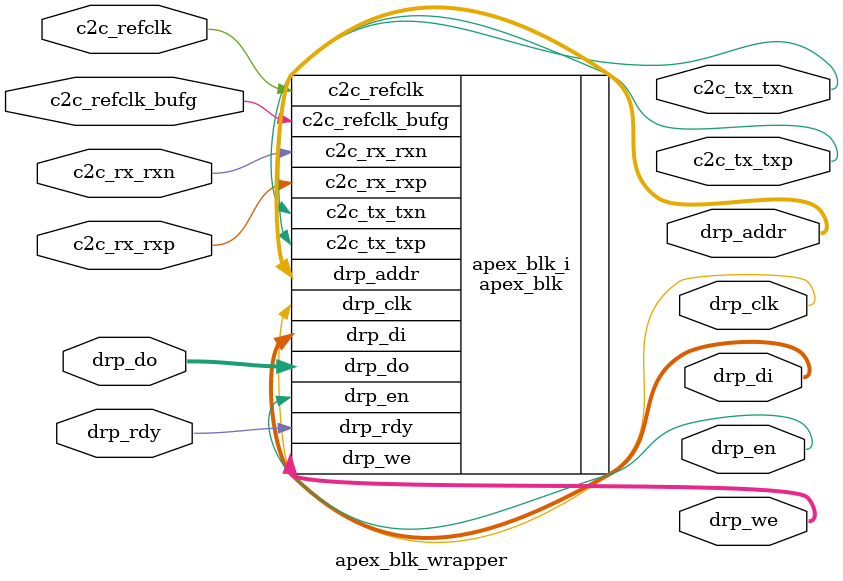
<source format=v>
`timescale 1 ps / 1 ps

module apex_blk_wrapper
   (c2c_refclk,
    c2c_refclk_bufg,
    c2c_rx_rxn,
    c2c_rx_rxp,
    c2c_tx_txn,
    c2c_tx_txp,
    drp_addr,
    drp_clk,
    drp_di,
    drp_do,
    drp_en,
    drp_rdy,
    drp_we);
  input c2c_refclk;
  input [0:0]c2c_refclk_bufg;
  input [0:0]c2c_rx_rxn;
  input [0:0]c2c_rx_rxp;
  output [0:0]c2c_tx_txn;
  output [0:0]c2c_tx_txp;
  output [13:0]drp_addr;
  output drp_clk;
  output [63:0]drp_di;
  input [63:0]drp_do;
  output drp_en;
  input drp_rdy;
  output [7:0]drp_we;

  wire c2c_refclk;
  wire [0:0]c2c_refclk_bufg;
  wire [0:0]c2c_rx_rxn;
  wire [0:0]c2c_rx_rxp;
  wire [0:0]c2c_tx_txn;
  wire [0:0]c2c_tx_txp;
  wire [13:0]drp_addr;
  wire drp_clk;
  wire [63:0]drp_di;
  wire [63:0]drp_do;
  wire drp_en;
  wire drp_rdy;
  wire [7:0]drp_we;

  apex_blk apex_blk_i
       (.c2c_refclk(c2c_refclk),
        .c2c_refclk_bufg(c2c_refclk_bufg),
        .c2c_rx_rxn(c2c_rx_rxn),
        .c2c_rx_rxp(c2c_rx_rxp),
        .c2c_tx_txn(c2c_tx_txn),
        .c2c_tx_txp(c2c_tx_txp),
        .drp_addr(drp_addr),
        .drp_clk(drp_clk),
        .drp_di(drp_di),
        .drp_do(drp_do),
        .drp_en(drp_en),
        .drp_rdy(drp_rdy),
        .drp_we(drp_we));
endmodule

</source>
